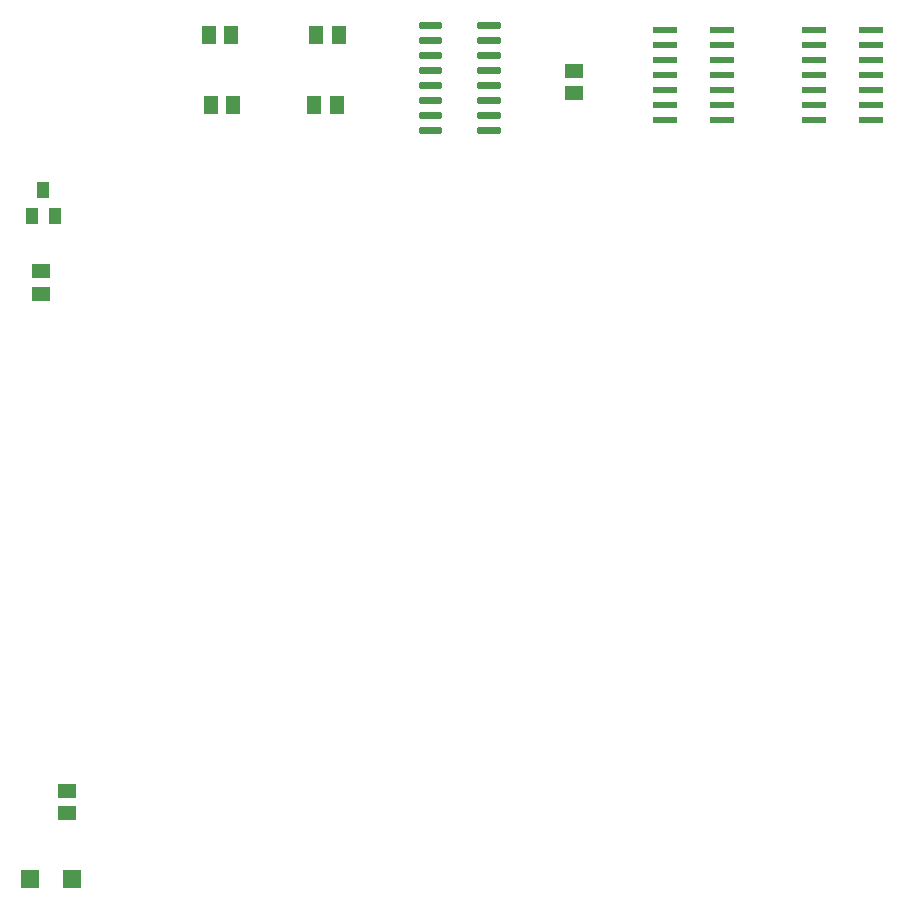
<source format=gbr>
G04 EAGLE Gerber RS-274X export*
G75*
%MOMM*%
%FSLAX34Y34*%
%LPD*%
%INSolderpaste Top*%
%IPPOS*%
%AMOC8*
5,1,8,0,0,1.08239X$1,22.5*%
G01*
%ADD10R,1.500000X1.500000*%
%ADD11R,1.500000X1.300000*%
%ADD12R,1.300000X1.500000*%
%ADD13R,1.000000X1.400000*%
%ADD14R,2.057400X0.609600*%
%ADD15C,0.300000*%


D10*
X42600Y219300D03*
X77600Y219300D03*
D11*
X73400Y294500D03*
X73400Y275500D03*
X502500Y904200D03*
X502500Y885200D03*
X51700Y715200D03*
X51700Y734200D03*
D12*
X302100Y875000D03*
X283100Y875000D03*
X214400Y874700D03*
X195400Y874700D03*
X303600Y934700D03*
X284600Y934700D03*
X212800Y934700D03*
X193800Y934700D03*
D13*
X53600Y803000D03*
X63100Y781000D03*
X44100Y781000D03*
D14*
X579894Y938800D03*
X579894Y926100D03*
X579894Y913400D03*
X579894Y900700D03*
X579894Y888000D03*
X579894Y875300D03*
X579894Y862600D03*
X627900Y862600D03*
X627900Y875300D03*
X627900Y888000D03*
X627900Y900700D03*
X627900Y913400D03*
X627900Y926100D03*
X627900Y938800D03*
X705894Y938800D03*
X705894Y926100D03*
X705894Y913400D03*
X705894Y900700D03*
X705894Y888000D03*
X705894Y875300D03*
X705894Y862600D03*
X753900Y862600D03*
X753900Y875300D03*
X753900Y888000D03*
X753900Y900700D03*
X753900Y913400D03*
X753900Y926100D03*
X753900Y938800D03*
D15*
X389700Y940950D02*
X373000Y940950D01*
X373000Y943950D01*
X389700Y943950D01*
X389700Y940950D01*
X389700Y943800D02*
X373000Y943800D01*
X373000Y928250D02*
X389700Y928250D01*
X373000Y928250D02*
X373000Y931250D01*
X389700Y931250D01*
X389700Y928250D01*
X389700Y931100D02*
X373000Y931100D01*
X373000Y915550D02*
X389700Y915550D01*
X373000Y915550D02*
X373000Y918550D01*
X389700Y918550D01*
X389700Y915550D01*
X389700Y918400D02*
X373000Y918400D01*
X373000Y902850D02*
X389700Y902850D01*
X373000Y902850D02*
X373000Y905850D01*
X389700Y905850D01*
X389700Y902850D01*
X389700Y905700D02*
X373000Y905700D01*
X373000Y890150D02*
X389700Y890150D01*
X373000Y890150D02*
X373000Y893150D01*
X389700Y893150D01*
X389700Y890150D01*
X389700Y893000D02*
X373000Y893000D01*
X373000Y877450D02*
X389700Y877450D01*
X373000Y877450D02*
X373000Y880450D01*
X389700Y880450D01*
X389700Y877450D01*
X389700Y880300D02*
X373000Y880300D01*
X373000Y864750D02*
X389700Y864750D01*
X373000Y864750D02*
X373000Y867750D01*
X389700Y867750D01*
X389700Y864750D01*
X389700Y867600D02*
X373000Y867600D01*
X373000Y852050D02*
X389700Y852050D01*
X373000Y852050D02*
X373000Y855050D01*
X389700Y855050D01*
X389700Y852050D01*
X389700Y854900D02*
X373000Y854900D01*
X422500Y855050D02*
X439200Y855050D01*
X439200Y852050D01*
X422500Y852050D01*
X422500Y855050D01*
X422500Y854900D02*
X439200Y854900D01*
X439200Y867750D02*
X422500Y867750D01*
X439200Y867750D02*
X439200Y864750D01*
X422500Y864750D01*
X422500Y867750D01*
X422500Y867600D02*
X439200Y867600D01*
X439200Y880450D02*
X422500Y880450D01*
X439200Y880450D02*
X439200Y877450D01*
X422500Y877450D01*
X422500Y880450D01*
X422500Y880300D02*
X439200Y880300D01*
X439200Y893150D02*
X422500Y893150D01*
X439200Y893150D02*
X439200Y890150D01*
X422500Y890150D01*
X422500Y893150D01*
X422500Y893000D02*
X439200Y893000D01*
X439200Y905850D02*
X422500Y905850D01*
X439200Y905850D02*
X439200Y902850D01*
X422500Y902850D01*
X422500Y905850D01*
X422500Y905700D02*
X439200Y905700D01*
X439200Y918550D02*
X422500Y918550D01*
X439200Y918550D02*
X439200Y915550D01*
X422500Y915550D01*
X422500Y918550D01*
X422500Y918400D02*
X439200Y918400D01*
X439200Y931250D02*
X422500Y931250D01*
X439200Y931250D02*
X439200Y928250D01*
X422500Y928250D01*
X422500Y931250D01*
X422500Y931100D02*
X439200Y931100D01*
X439200Y943950D02*
X422500Y943950D01*
X439200Y943950D02*
X439200Y940950D01*
X422500Y940950D01*
X422500Y943950D01*
X422500Y943800D02*
X439200Y943800D01*
M02*

</source>
